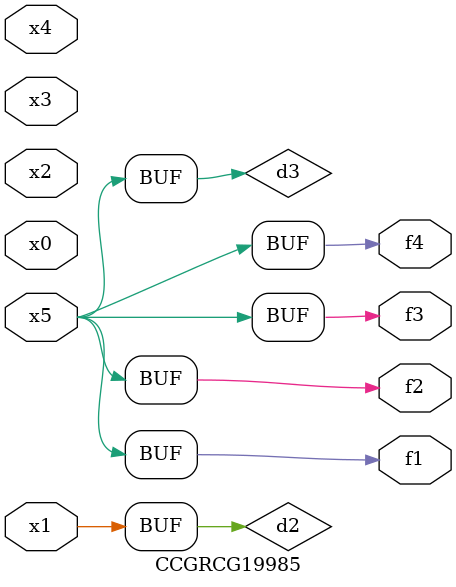
<source format=v>
module CCGRCG19985(
	input x0, x1, x2, x3, x4, x5,
	output f1, f2, f3, f4
);

	wire d1, d2, d3;

	not (d1, x5);
	or (d2, x1);
	xnor (d3, d1);
	assign f1 = d3;
	assign f2 = d3;
	assign f3 = d3;
	assign f4 = d3;
endmodule

</source>
